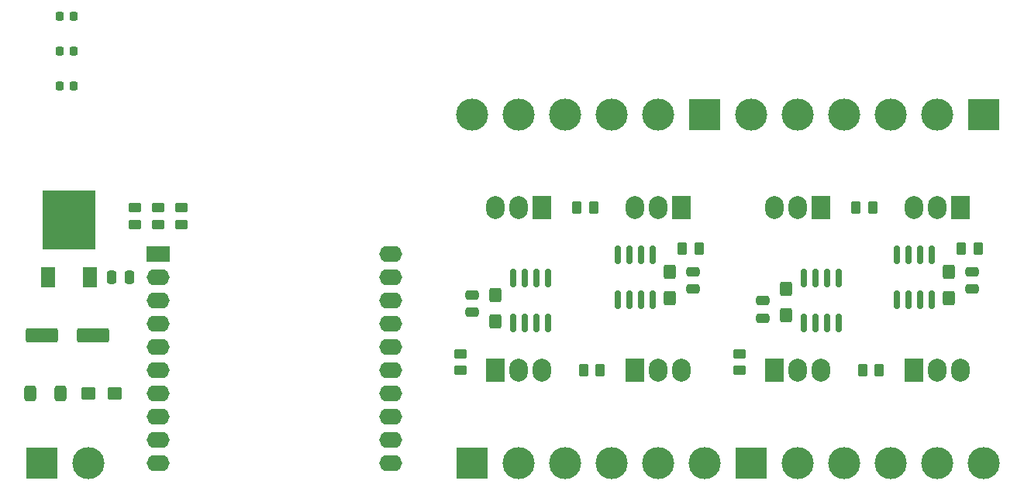
<source format=gbr>
%TF.GenerationSoftware,KiCad,Pcbnew,(6.0.4-0)*%
%TF.CreationDate,2022-03-29T19:53:51-03:00*%
%TF.ProjectId,ESP-pwm_8ch-V1,4553502d-7077-46d5-9f38-63682d56312e,rev?*%
%TF.SameCoordinates,Original*%
%TF.FileFunction,Soldermask,Top*%
%TF.FilePolarity,Negative*%
%FSLAX46Y46*%
G04 Gerber Fmt 4.6, Leading zero omitted, Abs format (unit mm)*
G04 Created by KiCad (PCBNEW (6.0.4-0)) date 2022-03-29 19:53:51*
%MOMM*%
%LPD*%
G01*
G04 APERTURE LIST*
G04 Aperture macros list*
%AMRoundRect*
0 Rectangle with rounded corners*
0 $1 Rounding radius*
0 $2 $3 $4 $5 $6 $7 $8 $9 X,Y pos of 4 corners*
0 Add a 4 corners polygon primitive as box body*
4,1,4,$2,$3,$4,$5,$6,$7,$8,$9,$2,$3,0*
0 Add four circle primitives for the rounded corners*
1,1,$1+$1,$2,$3*
1,1,$1+$1,$4,$5*
1,1,$1+$1,$6,$7*
1,1,$1+$1,$8,$9*
0 Add four rect primitives between the rounded corners*
20,1,$1+$1,$2,$3,$4,$5,0*
20,1,$1+$1,$4,$5,$6,$7,0*
20,1,$1+$1,$6,$7,$8,$9,0*
20,1,$1+$1,$8,$9,$2,$3,0*%
G04 Aperture macros list end*
%ADD10R,2.500000X1.750000*%
%ADD11O,2.500000X1.750000*%
%ADD12RoundRect,0.150000X0.150000X-0.825000X0.150000X0.825000X-0.150000X0.825000X-0.150000X-0.825000X0*%
%ADD13RoundRect,0.250000X-0.475000X0.250000X-0.475000X-0.250000X0.475000X-0.250000X0.475000X0.250000X0*%
%ADD14RoundRect,0.218750X-0.218750X-0.256250X0.218750X-0.256250X0.218750X0.256250X-0.218750X0.256250X0*%
%ADD15R,2.000000X2.500000*%
%ADD16O,2.000000X2.500000*%
%ADD17RoundRect,0.250000X0.450000X-0.262500X0.450000X0.262500X-0.450000X0.262500X-0.450000X-0.262500X0*%
%ADD18R,3.500000X3.500000*%
%ADD19C,3.500000*%
%ADD20RoundRect,0.250000X0.262500X0.450000X-0.262500X0.450000X-0.262500X-0.450000X0.262500X-0.450000X0*%
%ADD21RoundRect,0.250000X0.475000X-0.250000X0.475000X0.250000X-0.475000X0.250000X-0.475000X-0.250000X0*%
%ADD22R,1.600000X2.200000*%
%ADD23R,5.800000X6.400000*%
%ADD24RoundRect,0.150000X-0.150000X0.825000X-0.150000X-0.825000X0.150000X-0.825000X0.150000X0.825000X0*%
%ADD25RoundRect,0.250000X0.425000X-0.537500X0.425000X0.537500X-0.425000X0.537500X-0.425000X-0.537500X0*%
%ADD26RoundRect,0.250000X-0.425000X0.537500X-0.425000X-0.537500X0.425000X-0.537500X0.425000X0.537500X0*%
%ADD27RoundRect,0.250000X-1.500000X-0.550000X1.500000X-0.550000X1.500000X0.550000X-1.500000X0.550000X0*%
%ADD28RoundRect,0.250000X-0.537500X-0.425000X0.537500X-0.425000X0.537500X0.425000X-0.537500X0.425000X0*%
%ADD29RoundRect,0.325000X0.325000X0.550000X-0.325000X0.550000X-0.325000X-0.550000X0.325000X-0.550000X0*%
%ADD30RoundRect,0.250000X-0.250000X-0.475000X0.250000X-0.475000X0.250000X0.475000X-0.250000X0.475000X0*%
%ADD31RoundRect,0.250000X-0.262500X-0.450000X0.262500X-0.450000X0.262500X0.450000X-0.262500X0.450000X0*%
G04 APERTURE END LIST*
D10*
%TO.C,U2*%
X82550000Y-93980000D03*
D11*
X82550000Y-96520000D03*
X82550000Y-99060000D03*
X82550000Y-101600000D03*
X82550000Y-104140000D03*
X82550000Y-106680000D03*
X82550000Y-109220000D03*
X82550000Y-111760000D03*
X82550000Y-114300000D03*
X82550000Y-116840000D03*
X107950000Y-116840000D03*
X107950000Y-114300000D03*
X107950000Y-111760000D03*
X107950000Y-109220000D03*
X107950000Y-106680000D03*
X107950000Y-104140000D03*
X107950000Y-101600000D03*
X107950000Y-99060000D03*
X107950000Y-96520000D03*
X107950000Y-93980000D03*
%TD*%
D12*
%TO.C,U5*%
X163195000Y-98995000D03*
X164465000Y-98995000D03*
X165735000Y-98995000D03*
X167005000Y-98995000D03*
X167005000Y-94045000D03*
X165735000Y-94045000D03*
X164465000Y-94045000D03*
X163195000Y-94045000D03*
%TD*%
D13*
%TO.C,C9*%
X171450000Y-95885000D03*
X171450000Y-97785000D03*
%TD*%
D14*
%TO.C,D4*%
X71755000Y-71755000D03*
X73330000Y-71755000D03*
%TD*%
D15*
%TO.C,Q2*%
X134620000Y-106680000D03*
D16*
X137160000Y-106680000D03*
X139700000Y-106680000D03*
%TD*%
D17*
%TO.C,R3*%
X85090000Y-90725000D03*
X85090000Y-88900000D03*
%TD*%
D18*
%TO.C,J5*%
X142240000Y-78740000D03*
D19*
X137160000Y-78740000D03*
X132080000Y-78740000D03*
X127000000Y-78740000D03*
X121920000Y-78740000D03*
X116840000Y-78740000D03*
%TD*%
D12*
%TO.C,U6*%
X132715000Y-98995000D03*
X133985000Y-98995000D03*
X135255000Y-98995000D03*
X136525000Y-98995000D03*
X136525000Y-94045000D03*
X135255000Y-94045000D03*
X133985000Y-94045000D03*
X132715000Y-94045000D03*
%TD*%
D20*
%TO.C,R5*%
X130810000Y-106680000D03*
X128985000Y-106680000D03*
%TD*%
D21*
%TO.C,C4*%
X116840000Y-100325000D03*
X116840000Y-98425000D03*
%TD*%
D15*
%TO.C,Q1*%
X119380000Y-106680000D03*
D16*
X121920000Y-106680000D03*
X124460000Y-106680000D03*
%TD*%
D22*
%TO.C,U1*%
X70485000Y-96520000D03*
D23*
X72765000Y-90220000D03*
D22*
X75045000Y-96520000D03*
%TD*%
D24*
%TO.C,U3*%
X125095000Y-96585000D03*
X123825000Y-96585000D03*
X122555000Y-96585000D03*
X121285000Y-96585000D03*
X121285000Y-101535000D03*
X122555000Y-101535000D03*
X123825000Y-101535000D03*
X125095000Y-101535000D03*
%TD*%
D25*
%TO.C,C6*%
X151130000Y-100665000D03*
X151130000Y-97790000D03*
%TD*%
D17*
%TO.C,R6*%
X146050000Y-106680000D03*
X146050000Y-104855000D03*
%TD*%
D15*
%TO.C,Q7*%
X139700000Y-88900000D03*
D16*
X137160000Y-88900000D03*
X134620000Y-88900000D03*
%TD*%
D17*
%TO.C,R2*%
X82550000Y-90725000D03*
X82550000Y-88900000D03*
%TD*%
D15*
%TO.C,Q4*%
X165100000Y-106680000D03*
D16*
X167640000Y-106680000D03*
X170180000Y-106680000D03*
%TD*%
D20*
%TO.C,R10*%
X141605000Y-93345000D03*
X139780000Y-93345000D03*
%TD*%
D21*
%TO.C,C7*%
X148590000Y-100965000D03*
X148590000Y-99065000D03*
%TD*%
D26*
%TO.C,C10*%
X138430000Y-95885000D03*
X138430000Y-98760000D03*
%TD*%
D18*
%TO.C,J3*%
X147320000Y-116840000D03*
D19*
X152400000Y-116840000D03*
X157480000Y-116840000D03*
X162560000Y-116840000D03*
X167640000Y-116840000D03*
X172720000Y-116840000D03*
%TD*%
D15*
%TO.C,Q3*%
X149860000Y-106680000D03*
D16*
X152400000Y-106680000D03*
X154940000Y-106680000D03*
%TD*%
D14*
%TO.C,D3*%
X71755000Y-75565000D03*
X73330000Y-75565000D03*
%TD*%
D20*
%TO.C,R7*%
X161290000Y-106680000D03*
X159465000Y-106680000D03*
%TD*%
D18*
%TO.C,J2*%
X116840000Y-116840000D03*
D19*
X121920000Y-116840000D03*
X127000000Y-116840000D03*
X132080000Y-116840000D03*
X137160000Y-116840000D03*
X142240000Y-116840000D03*
%TD*%
D20*
%TO.C,R8*%
X172085000Y-93345000D03*
X170260000Y-93345000D03*
%TD*%
D27*
%TO.C,C1*%
X69850000Y-102870000D03*
X75450000Y-102870000D03*
%TD*%
D28*
%TO.C,C2*%
X74930000Y-109220000D03*
X77805000Y-109220000D03*
%TD*%
D25*
%TO.C,C5*%
X119380000Y-101300000D03*
X119380000Y-98425000D03*
%TD*%
D18*
%TO.C,J4*%
X172720000Y-78740000D03*
D19*
X167640000Y-78740000D03*
X162560000Y-78740000D03*
X157480000Y-78740000D03*
X152400000Y-78740000D03*
X147320000Y-78740000D03*
%TD*%
D24*
%TO.C,U4*%
X156845000Y-96585000D03*
X155575000Y-96585000D03*
X154305000Y-96585000D03*
X153035000Y-96585000D03*
X153035000Y-101535000D03*
X154305000Y-101535000D03*
X155575000Y-101535000D03*
X156845000Y-101535000D03*
%TD*%
D29*
%TO.C,D1*%
X71880000Y-109220000D03*
X68580000Y-109220000D03*
%TD*%
D14*
%TO.C,D2*%
X71755000Y-67945000D03*
X73330000Y-67945000D03*
%TD*%
D13*
%TO.C,C11*%
X140970000Y-95885000D03*
X140970000Y-97785000D03*
%TD*%
D15*
%TO.C,Q5*%
X170180000Y-88900000D03*
D16*
X167640000Y-88900000D03*
X165100000Y-88900000D03*
%TD*%
D26*
%TO.C,C8*%
X168910000Y-95885000D03*
X168910000Y-98760000D03*
%TD*%
D30*
%TO.C,C3*%
X77470000Y-96520000D03*
X79370000Y-96520000D03*
%TD*%
D17*
%TO.C,R4*%
X115570000Y-106680000D03*
X115570000Y-104855000D03*
%TD*%
D15*
%TO.C,Q6*%
X154940000Y-88900000D03*
D16*
X152400000Y-88900000D03*
X149860000Y-88900000D03*
%TD*%
D15*
%TO.C,Q8*%
X124460000Y-88900000D03*
D16*
X121920000Y-88900000D03*
X119380000Y-88900000D03*
%TD*%
D17*
%TO.C,R1*%
X80010000Y-90725000D03*
X80010000Y-88900000D03*
%TD*%
D31*
%TO.C,R9*%
X158750000Y-88900000D03*
X160575000Y-88900000D03*
%TD*%
%TO.C,R11*%
X128270000Y-88900000D03*
X130095000Y-88900000D03*
%TD*%
D18*
%TO.C,J1*%
X69850000Y-116840000D03*
D19*
X74930000Y-116840000D03*
%TD*%
M02*

</source>
